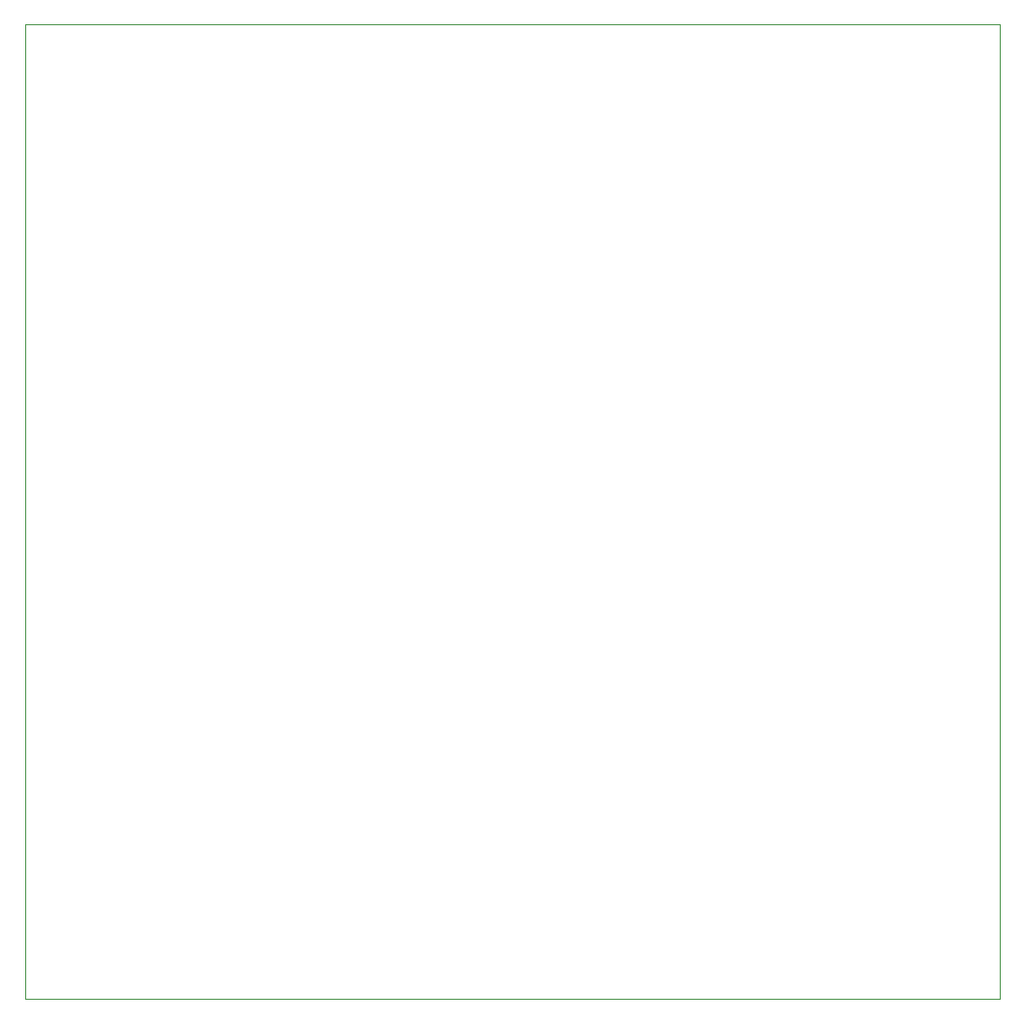
<source format=gbr>
%TF.GenerationSoftware,KiCad,Pcbnew,7.0.9*%
%TF.CreationDate,2024-01-08T18:18:13+05:30*%
%TF.ProjectId,BMS LTC6804-2,424d5320-4c54-4433-9638-30342d322e6b,rev?*%
%TF.SameCoordinates,Original*%
%TF.FileFunction,Profile,NP*%
%FSLAX46Y46*%
G04 Gerber Fmt 4.6, Leading zero omitted, Abs format (unit mm)*
G04 Created by KiCad (PCBNEW 7.0.9) date 2024-01-08 18:18:13*
%MOMM*%
%LPD*%
G01*
G04 APERTURE LIST*
%TA.AperFunction,Profile*%
%ADD10C,0.100000*%
%TD*%
G04 APERTURE END LIST*
D10*
X22479000Y-15748000D02*
X107569000Y-15748000D01*
X107569000Y-100838000D01*
X22479000Y-100838000D01*
X22479000Y-15748000D01*
M02*

</source>
